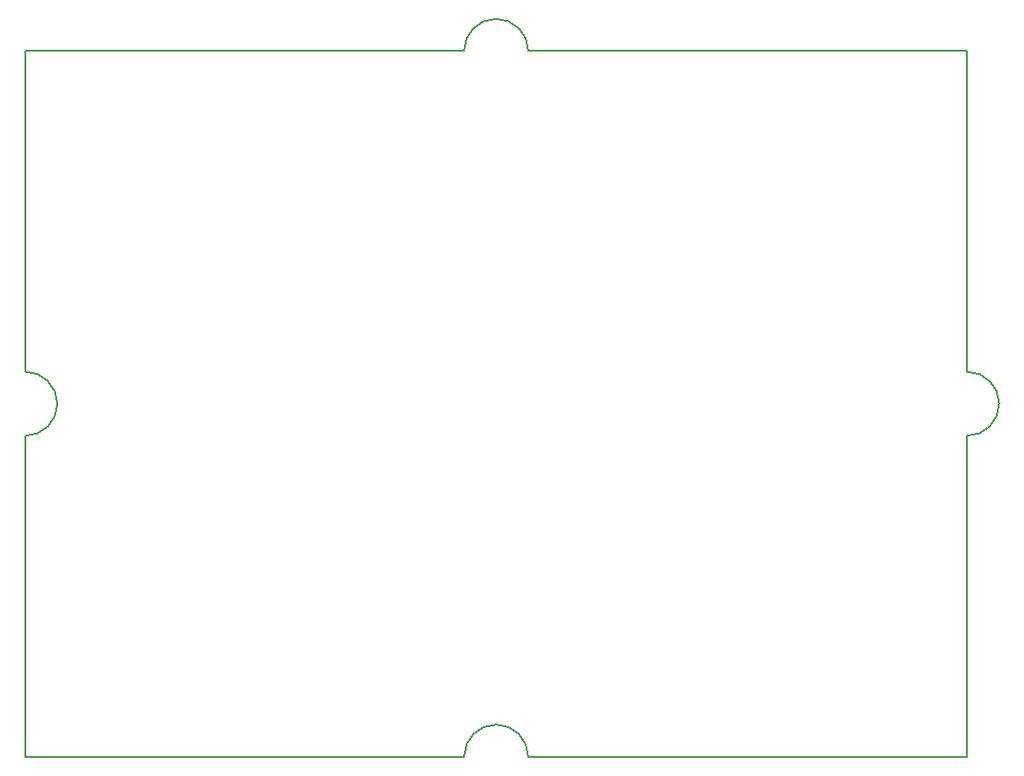
<source format=gm1>
G04 #@! TF.FileFunction,Profile,NP*
%FSLAX46Y46*%
G04 Gerber Fmt 4.6, Leading zero omitted, Abs format (unit mm)*
G04 Created by KiCad (PCBNEW 4.0.1-stable) date 9.10.2016. 16:00:34*
%MOMM*%
G01*
G04 APERTURE LIST*
%ADD10C,0.100000*%
%ADD11C,0.150000*%
G04 APERTURE END LIST*
D10*
D11*
X100000000Y-90000000D02*
G75*
G03X103000000Y-87000000I0J3000000D01*
G01*
X103000000Y-87000000D02*
G75*
G03X100000000Y-84000000I-3000000J0D01*
G01*
X144000000Y-117000000D02*
G75*
G03X141000000Y-120000000I0J-3000000D01*
G01*
X147000000Y-120000000D02*
G75*
G03X144000000Y-117000000I-3000000J0D01*
G01*
X188000000Y-90000000D02*
G75*
G03X191000000Y-87000000I0J3000000D01*
G01*
X191000000Y-87000000D02*
G75*
G03X188000000Y-84000000I-3000000J0D01*
G01*
X188000000Y-54000000D02*
X188000000Y-84000000D01*
X147000000Y-54000000D02*
G75*
G03X144000000Y-51000000I-3000000J0D01*
G01*
X144000000Y-51000000D02*
G75*
G03X141000000Y-54000000I0J-3000000D01*
G01*
X100000000Y-54000000D02*
X141000000Y-54000000D01*
X100000000Y-84000000D02*
X100000000Y-54000000D01*
X100000000Y-120000000D02*
X100000000Y-90000000D01*
X141000000Y-120000000D02*
X100000000Y-120000000D01*
X188000000Y-120000000D02*
X147000000Y-120000000D01*
X188000000Y-90000000D02*
X188000000Y-120000000D01*
X147000000Y-54000000D02*
X188000000Y-54000000D01*
M02*

</source>
